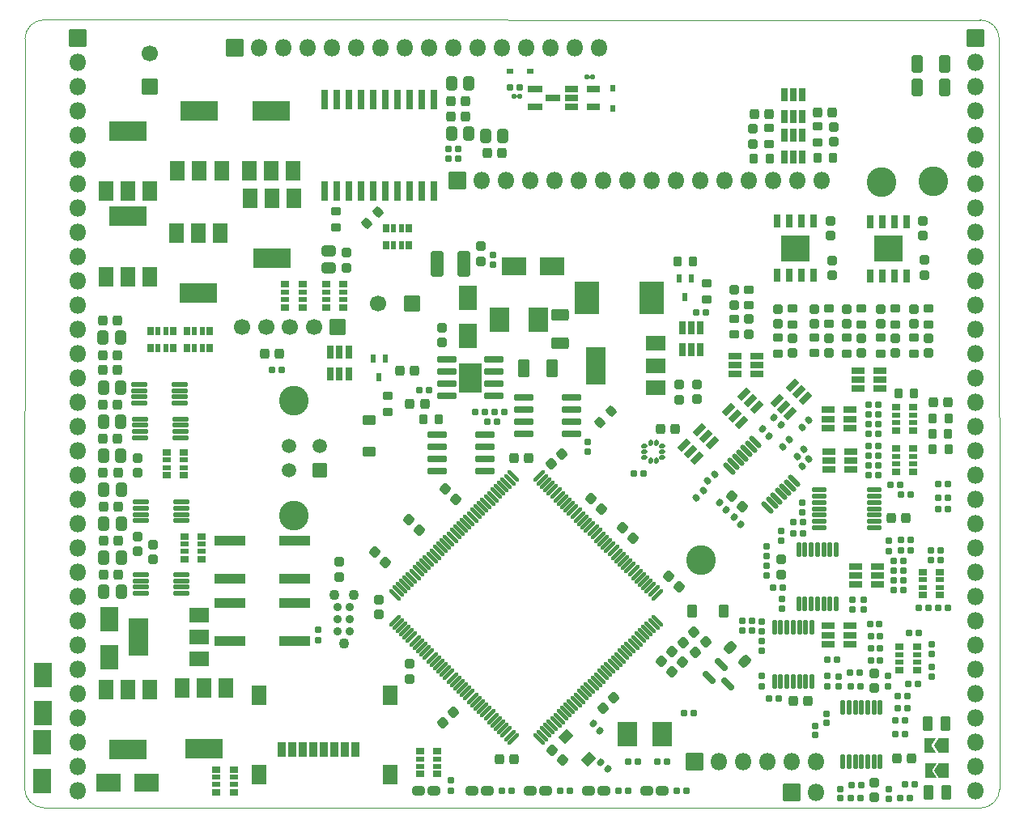
<source format=gbr>
G04 #@! TF.GenerationSoftware,KiCad,Pcbnew,(6.0.1)*
G04 #@! TF.CreationDate,2022-08-30T16:06:41+01:00*
G04 #@! TF.ProjectId,polygonus-Shortage-Version,706f6c79-676f-46e7-9573-2d53686f7274,rev?*
G04 #@! TF.SameCoordinates,Original*
G04 #@! TF.FileFunction,Soldermask,Top*
G04 #@! TF.FilePolarity,Negative*
%FSLAX46Y46*%
G04 Gerber Fmt 4.6, Leading zero omitted, Abs format (unit mm)*
G04 Created by KiCad (PCBNEW (6.0.1)) date 2022-08-30 16:06:41*
%MOMM*%
%LPD*%
G01*
G04 APERTURE LIST*
G04 Aperture macros list*
%AMRoundRect*
0 Rectangle with rounded corners*
0 $1 Rounding radius*
0 $2 $3 $4 $5 $6 $7 $8 $9 X,Y pos of 4 corners*
0 Add a 4 corners polygon primitive as box body*
4,1,4,$2,$3,$4,$5,$6,$7,$8,$9,$2,$3,0*
0 Add four circle primitives for the rounded corners*
1,1,$1+$1,$2,$3*
1,1,$1+$1,$4,$5*
1,1,$1+$1,$6,$7*
1,1,$1+$1,$8,$9*
0 Add four rect primitives between the rounded corners*
20,1,$1+$1,$2,$3,$4,$5,0*
20,1,$1+$1,$4,$5,$6,$7,0*
20,1,$1+$1,$6,$7,$8,$9,0*
20,1,$1+$1,$8,$9,$2,$3,0*%
%AMFreePoly0*
4,1,16,0.533941,0.783941,0.539938,0.776626,1.039938,0.026626,1.047068,-0.009414,1.039938,-0.026626,0.539938,-0.776626,0.509414,-0.797068,0.500000,-0.798000,-0.500000,-0.798000,-0.533941,-0.783941,-0.548000,-0.750000,-0.548000,0.750000,-0.533941,0.783941,-0.500000,0.798000,0.500000,0.798000,0.533941,0.783941,0.533941,0.783941,$1*%
%AMFreePoly1*
4,1,16,0.533941,0.783941,0.548000,0.750000,0.548000,-0.750000,0.533941,-0.783941,0.500000,-0.798000,-0.650000,-0.798000,-0.683941,-0.783941,-0.698000,-0.750000,-0.689938,-0.723374,-0.207689,0.000000,-0.689938,0.723374,-0.697068,0.759414,-0.676626,0.789938,-0.650000,0.798000,0.500000,0.798000,0.533941,0.783941,0.533941,0.783941,$1*%
G04 Aperture macros list end*
G04 #@! TA.AperFunction,Profile*
%ADD10C,0.050000*%
G04 #@! TD*
%ADD11RoundRect,0.273000X0.250000X-0.225000X0.250000X0.225000X-0.250000X0.225000X-0.250000X-0.225000X0*%
%ADD12RoundRect,0.183000X-0.135000X-0.185000X0.135000X-0.185000X0.135000X0.185000X-0.135000X0.185000X0*%
%ADD13RoundRect,0.183000X0.226274X0.035355X0.035355X0.226274X-0.226274X-0.035355X-0.035355X-0.226274X0*%
%ADD14RoundRect,0.148000X0.100000X-0.637500X0.100000X0.637500X-0.100000X0.637500X-0.100000X-0.637500X0*%
%ADD15RoundRect,0.148000X0.637500X0.100000X-0.637500X0.100000X-0.637500X-0.100000X0.637500X-0.100000X0*%
%ADD16RoundRect,0.048000X-0.325000X0.655000X-0.325000X-0.655000X0.325000X-0.655000X0.325000X0.655000X0*%
%ADD17RoundRect,0.048000X-0.300000X0.655000X-0.300000X-0.655000X0.300000X-0.655000X0.300000X0.655000X0*%
%ADD18RoundRect,0.048000X-0.750000X0.662500X-0.750000X-0.662500X0.750000X-0.662500X0.750000X0.662500X0*%
%ADD19RoundRect,0.273000X-0.250000X0.225000X-0.250000X-0.225000X0.250000X-0.225000X0.250000X0.225000X0*%
%ADD20RoundRect,0.183000X-0.226274X-0.035355X-0.035355X-0.226274X0.226274X0.035355X0.035355X0.226274X0*%
%ADD21RoundRect,0.273000X-0.225000X-0.250000X0.225000X-0.250000X0.225000X0.250000X-0.225000X0.250000X0*%
%ADD22RoundRect,0.273000X0.017678X-0.335876X0.335876X-0.017678X-0.017678X0.335876X-0.335876X0.017678X0*%
%ADD23RoundRect,0.188000X-0.140000X-0.170000X0.140000X-0.170000X0.140000X0.170000X-0.140000X0.170000X0*%
%ADD24RoundRect,0.273000X0.335876X0.017678X0.017678X0.335876X-0.335876X-0.017678X-0.017678X-0.335876X0*%
%ADD25RoundRect,0.273000X-0.335876X-0.017678X-0.017678X-0.335876X0.335876X0.017678X0.017678X0.335876X0*%
%ADD26RoundRect,0.266750X0.424264X0.114905X0.114905X0.424264X-0.424264X-0.114905X-0.114905X-0.424264X0*%
%ADD27RoundRect,0.248000X0.200000X0.275000X-0.200000X0.275000X-0.200000X-0.275000X0.200000X-0.275000X0*%
%ADD28RoundRect,0.048000X0.400000X0.250000X-0.400000X0.250000X-0.400000X-0.250000X0.400000X-0.250000X0*%
%ADD29RoundRect,0.048000X0.400000X0.200000X-0.400000X0.200000X-0.400000X-0.200000X0.400000X-0.200000X0*%
%ADD30RoundRect,0.148000X0.521491X-0.380070X-0.380070X0.521491X-0.521491X0.380070X0.380070X-0.521491X0*%
%ADD31RoundRect,0.048000X-0.250000X0.400000X-0.250000X-0.400000X0.250000X-0.400000X0.250000X0.400000X0*%
%ADD32RoundRect,0.048000X-0.200000X0.400000X-0.200000X-0.400000X0.200000X-0.400000X0.200000X0.400000X0*%
%ADD33RoundRect,0.183000X0.135000X0.185000X-0.135000X0.185000X-0.135000X-0.185000X0.135000X-0.185000X0*%
%ADD34RoundRect,0.273000X0.225000X0.250000X-0.225000X0.250000X-0.225000X-0.250000X0.225000X-0.250000X0*%
%ADD35RoundRect,0.123000X0.521491X-0.415425X-0.415425X0.521491X-0.521491X0.415425X0.415425X-0.521491X0*%
%ADD36RoundRect,0.123000X0.521491X0.415425X0.415425X0.521491X-0.521491X-0.415425X-0.415425X-0.521491X0*%
%ADD37RoundRect,0.298000X-0.325000X-0.650000X0.325000X-0.650000X0.325000X0.650000X-0.325000X0.650000X0*%
%ADD38RoundRect,0.248000X-0.200000X-0.275000X0.200000X-0.275000X0.200000X0.275000X-0.200000X0.275000X0*%
%ADD39RoundRect,0.188000X0.140000X0.170000X-0.140000X0.170000X-0.140000X-0.170000X0.140000X-0.170000X0*%
%ADD40RoundRect,0.048000X0.250000X-0.400000X0.250000X0.400000X-0.250000X0.400000X-0.250000X-0.400000X0*%
%ADD41RoundRect,0.048000X0.200000X-0.400000X0.200000X0.400000X-0.200000X0.400000X-0.200000X-0.400000X0*%
%ADD42RoundRect,0.048000X-1.250000X-0.900000X1.250000X-0.900000X1.250000X0.900000X-1.250000X0.900000X0*%
%ADD43RoundRect,0.048000X-0.400000X-0.250000X0.400000X-0.250000X0.400000X0.250000X-0.400000X0.250000X0*%
%ADD44RoundRect,0.048000X-0.400000X-0.200000X0.400000X-0.200000X0.400000X0.200000X-0.400000X0.200000X0*%
%ADD45RoundRect,0.298000X-0.262500X-0.450000X0.262500X-0.450000X0.262500X0.450000X-0.262500X0.450000X0*%
%ADD46RoundRect,0.148000X0.712500X0.100000X-0.712500X0.100000X-0.712500X-0.100000X0.712500X-0.100000X0*%
%ADD47RoundRect,0.260500X0.400000X0.212500X-0.400000X0.212500X-0.400000X-0.212500X0.400000X-0.212500X0*%
%ADD48RoundRect,0.183000X-0.185000X0.135000X-0.185000X-0.135000X0.185000X-0.135000X0.185000X0.135000X0*%
%ADD49RoundRect,0.248000X-0.275000X0.200000X-0.275000X-0.200000X0.275000X-0.200000X0.275000X0.200000X0*%
%ADD50RoundRect,0.248000X0.275000X-0.200000X0.275000X0.200000X-0.275000X0.200000X-0.275000X-0.200000X0*%
%ADD51RoundRect,0.048000X0.600000X-0.450000X0.600000X0.450000X-0.600000X0.450000X-0.600000X-0.450000X0*%
%ADD52RoundRect,0.298000X0.312500X0.625000X-0.312500X0.625000X-0.312500X-0.625000X0.312500X-0.625000X0*%
%ADD53RoundRect,0.298000X-0.312500X-0.625000X0.312500X-0.625000X0.312500X0.625000X-0.312500X0.625000X0*%
%ADD54C,3.096000*%
%ADD55RoundRect,0.198000X0.150000X-0.512500X0.150000X0.512500X-0.150000X0.512500X-0.150000X-0.512500X0*%
%ADD56RoundRect,0.048000X0.225000X0.350000X-0.225000X0.350000X-0.225000X-0.350000X0.225000X-0.350000X0*%
%ADD57RoundRect,0.183000X0.185000X-0.135000X0.185000X0.135000X-0.185000X0.135000X-0.185000X-0.135000X0*%
%ADD58RoundRect,0.048000X0.800000X0.800000X-0.800000X0.800000X-0.800000X-0.800000X0.800000X-0.800000X0*%
%ADD59C,1.696000*%
%ADD60RoundRect,0.048000X1.250000X-1.650000X1.250000X1.650000X-1.250000X1.650000X-1.250000X-1.650000X0*%
%ADD61RoundRect,0.183000X-0.035355X0.226274X-0.226274X0.035355X0.035355X-0.226274X0.226274X-0.035355X0*%
%ADD62RoundRect,0.183000X0.035355X-0.226274X0.226274X-0.035355X-0.035355X0.226274X-0.226274X0.035355X0*%
%ADD63RoundRect,0.198000X0.512500X0.150000X-0.512500X0.150000X-0.512500X-0.150000X0.512500X-0.150000X0*%
%ADD64RoundRect,0.188000X-0.170000X0.140000X-0.170000X-0.140000X0.170000X-0.140000X0.170000X0.140000X0*%
%ADD65RoundRect,0.188000X0.170000X-0.140000X0.170000X0.140000X-0.170000X0.140000X-0.170000X-0.140000X0*%
%ADD66RoundRect,0.148000X-0.100000X0.637500X-0.100000X-0.637500X0.100000X-0.637500X0.100000X0.637500X0*%
%ADD67RoundRect,0.048000X1.000000X0.750000X-1.000000X0.750000X-1.000000X-0.750000X1.000000X-0.750000X0*%
%ADD68RoundRect,0.048000X1.000000X1.900000X-1.000000X1.900000X-1.000000X-1.900000X1.000000X-1.900000X0*%
%ADD69RoundRect,0.048000X-1.000000X-1.200000X1.000000X-1.200000X1.000000X1.200000X-1.000000X1.200000X0*%
%ADD70RoundRect,0.198000X-0.825000X-0.150000X0.825000X-0.150000X0.825000X0.150000X-0.825000X0.150000X0*%
%ADD71RoundRect,0.048000X-1.145000X-1.500000X1.145000X-1.500000X1.145000X1.500000X-1.145000X1.500000X0*%
%ADD72RoundRect,0.048000X0.900000X-1.250000X0.900000X1.250000X-0.900000X1.250000X-0.900000X-1.250000X0*%
%ADD73RoundRect,0.048000X-0.900000X1.250000X-0.900000X-1.250000X0.900000X-1.250000X0.900000X1.250000X0*%
%ADD74RoundRect,0.198000X-0.150000X0.512500X-0.150000X-0.512500X0.150000X-0.512500X0.150000X0.512500X0*%
%ADD75RoundRect,0.298000X0.375000X1.075000X-0.375000X1.075000X-0.375000X-1.075000X0.375000X-1.075000X0*%
%ADD76RoundRect,0.248000X-0.053033X0.335876X-0.335876X0.053033X0.053033X-0.335876X0.335876X-0.053033X0*%
%ADD77RoundRect,0.048000X0.950000X1.250000X-0.950000X1.250000X-0.950000X-1.250000X0.950000X-1.250000X0*%
%ADD78RoundRect,0.298000X-0.650000X0.325000X-0.650000X-0.325000X0.650000X-0.325000X0.650000X0.325000X0*%
%ADD79RoundRect,0.298000X-0.250000X-0.475000X0.250000X-0.475000X0.250000X0.475000X-0.250000X0.475000X0*%
%ADD80RoundRect,0.048000X0.850000X-0.850000X0.850000X0.850000X-0.850000X0.850000X-0.850000X-0.850000X0*%
%ADD81O,1.796000X1.796000*%
%ADD82FreePoly0,180.000000*%
%ADD83FreePoly1,180.000000*%
%ADD84RoundRect,0.048000X0.400000X0.750000X-0.400000X0.750000X-0.400000X-0.750000X0.400000X-0.750000X0*%
%ADD85RoundRect,0.048000X0.725000X1.000000X-0.725000X1.000000X-0.725000X-1.000000X0.725000X-1.000000X0*%
%ADD86RoundRect,0.048000X-0.700000X0.700000X-0.700000X-0.700000X0.700000X-0.700000X0.700000X0.700000X0*%
%ADD87C,1.496000*%
%ADD88RoundRect,0.298000X-0.450000X0.262500X-0.450000X-0.262500X0.450000X-0.262500X0.450000X0.262500X0*%
%ADD89RoundRect,0.198000X-0.521491X0.309359X0.309359X-0.521491X0.521491X-0.309359X-0.309359X0.521491X0*%
%ADD90RoundRect,0.148000X-0.100000X0.175000X-0.100000X-0.175000X0.100000X-0.175000X0.100000X0.175000X0*%
%ADD91RoundRect,0.148000X-0.175000X0.100000X-0.175000X-0.100000X0.175000X-0.100000X0.175000X0.100000X0*%
%ADD92RoundRect,0.048000X-1.600000X-0.500000X1.600000X-0.500000X1.600000X0.500000X-1.600000X0.500000X0*%
%ADD93RoundRect,0.048000X1.600000X0.500000X-1.600000X0.500000X-1.600000X-0.500000X1.600000X-0.500000X0*%
%ADD94C,1.086600*%
%ADD95C,0.883400*%
%ADD96RoundRect,0.048000X-0.450000X-0.600000X0.450000X-0.600000X0.450000X0.600000X-0.450000X0.600000X0*%
%ADD97RoundRect,0.048000X-0.742462X-0.106066X-0.106066X-0.742462X0.742462X0.106066X0.106066X0.742462X0*%
%ADD98RoundRect,0.048000X0.225000X-0.300000X0.225000X0.300000X-0.225000X0.300000X-0.225000X-0.300000X0*%
%ADD99RoundRect,0.198000X-0.512500X-0.150000X0.512500X-0.150000X0.512500X0.150000X-0.512500X0.150000X0*%
%ADD100RoundRect,0.048000X0.750000X-1.000000X0.750000X1.000000X-0.750000X1.000000X-0.750000X-1.000000X0*%
%ADD101RoundRect,0.048000X1.900000X-1.000000X1.900000X1.000000X-1.900000X1.000000X-1.900000X-1.000000X0*%
%ADD102RoundRect,0.198000X0.256326X0.468458X-0.468458X-0.256326X-0.256326X-0.468458X0.468458X0.256326X0*%
%ADD103RoundRect,0.048000X0.275000X0.975000X-0.275000X0.975000X-0.275000X-0.975000X0.275000X-0.975000X0*%
%ADD104RoundRect,0.248000X0.053033X-0.335876X0.335876X-0.053033X-0.053033X0.335876X-0.335876X0.053033X0*%
%ADD105RoundRect,0.148000X-0.130000X-0.100000X0.130000X-0.100000X0.130000X0.100000X-0.130000X0.100000X0*%
%ADD106RoundRect,0.048000X-0.750000X1.000000X-0.750000X-1.000000X0.750000X-1.000000X0.750000X1.000000X0*%
%ADD107RoundRect,0.048000X-1.900000X1.000000X-1.900000X-1.000000X1.900000X-1.000000X1.900000X1.000000X0*%
%ADD108RoundRect,0.198000X-0.587500X-0.150000X0.587500X-0.150000X0.587500X0.150000X-0.587500X0.150000X0*%
%ADD109RoundRect,0.048000X-0.300000X-0.225000X0.300000X-0.225000X0.300000X0.225000X-0.300000X0.225000X0*%
%ADD110RoundRect,0.198000X0.825000X0.150000X-0.825000X0.150000X-0.825000X-0.150000X0.825000X-0.150000X0*%
%ADD111RoundRect,0.148000X0.130000X0.100000X-0.130000X0.100000X-0.130000X-0.100000X0.130000X-0.100000X0*%
%ADD112RoundRect,0.048000X0.800000X-0.800000X0.800000X0.800000X-0.800000X0.800000X-0.800000X-0.800000X0*%
%ADD113RoundRect,0.048000X0.850000X0.850000X-0.850000X0.850000X-0.850000X-0.850000X0.850000X-0.850000X0*%
%ADD114RoundRect,0.048000X-0.850000X0.850000X-0.850000X-0.850000X0.850000X-0.850000X0.850000X0.850000X0*%
G04 APERTURE END LIST*
D10*
X27598758Y70480030D02*
X27566743Y-7944264D01*
X29598758Y72480030D02*
G75*
G03*
X27598758Y70480030I-1J-1999999D01*
G01*
X127511245Y72474911D02*
X29598758Y72480030D01*
X29566743Y-9944264D02*
X127539293Y-9975264D01*
X127539293Y-9975264D02*
G75*
G03*
X129539293Y-7975264I1J1999999D01*
G01*
X129539293Y-7975264D02*
X129511245Y70474911D01*
X27566743Y-7944264D02*
G75*
G03*
X29566743Y-9944264I1999999J-1D01*
G01*
X129511245Y70474911D02*
G75*
G03*
X127511245Y72474911I-1999999J1D01*
G01*
X27598758Y70480030D02*
X27566743Y-7944264D01*
X29598758Y72480030D02*
G75*
G03*
X27598758Y70480030I-1J-1999999D01*
G01*
X127511245Y72474911D02*
X29598758Y72480030D01*
X29566743Y-9944264D02*
X127539293Y-9975264D01*
X127539293Y-9975264D02*
G75*
G03*
X129539293Y-7975264I1J1999999D01*
G01*
X129539293Y-7975264D02*
X129511245Y70474911D01*
X27566743Y-7944264D02*
G75*
G03*
X29566743Y-9944264I1999999J-1D01*
G01*
X129511245Y70474911D02*
G75*
G03*
X127511245Y72474911I-1999999J1D01*
G01*
D11*
G04 #@! TO.C,C1015*
X112003326Y45778948D03*
X112003326Y47328948D03*
G04 #@! TD*
D12*
G04 #@! TO.C,R902*
X123130975Y21307317D03*
X124150975Y21307317D03*
G04 #@! TD*
G04 #@! TO.C,R903*
X123142194Y22496586D03*
X124162194Y22496586D03*
G04 #@! TD*
G04 #@! TO.C,R904*
X123119755Y23887806D03*
X124139755Y23887806D03*
G04 #@! TD*
D13*
G04 #@! TO.C,R1007*
X88562124Y-5885124D03*
X87840876Y-5163876D03*
G04 #@! TD*
D14*
G04 #@! TO.C,U801*
X108540000Y11361500D03*
X109190000Y11361500D03*
X109840000Y11361500D03*
X110490000Y11361500D03*
X111140000Y11361500D03*
X111790000Y11361500D03*
X112440000Y11361500D03*
X112440000Y17086500D03*
X111790000Y17086500D03*
X111140000Y17086500D03*
X110490000Y17086500D03*
X109840000Y17086500D03*
X109190000Y17086500D03*
X108540000Y17086500D03*
G04 #@! TD*
D15*
G04 #@! TO.C,U901*
X116400500Y19386000D03*
X116400500Y20036000D03*
X116400500Y20686000D03*
X116400500Y21336000D03*
X116400500Y21986000D03*
X116400500Y22636000D03*
X116400500Y23286000D03*
X110675500Y23286000D03*
X110675500Y22636000D03*
X110675500Y21986000D03*
X110675500Y21336000D03*
X110675500Y20686000D03*
X110675500Y20036000D03*
X110675500Y19386000D03*
G04 #@! TD*
D16*
G04 #@! TO.C,U1004*
X119814671Y51392123D03*
X118544671Y51392123D03*
X117274671Y51392123D03*
D17*
X116004671Y51392123D03*
D16*
X116004671Y45702123D03*
X117274671Y45702123D03*
X118544671Y45702123D03*
X119814671Y45702123D03*
D18*
X118659671Y49209623D03*
X117159671Y47884623D03*
X118659671Y47884623D03*
X117159671Y49209623D03*
G04 #@! TD*
D16*
G04 #@! TO.C,U1005*
X110083142Y51429989D03*
X108813142Y51429989D03*
X107543142Y51429989D03*
D17*
X106273142Y51429989D03*
D16*
X106273142Y45739989D03*
X107543142Y45739989D03*
X108813142Y45739989D03*
X110083142Y45739989D03*
D18*
X108928142Y47922489D03*
X107428142Y49247489D03*
X107428142Y47922489D03*
X108928142Y49247489D03*
G04 #@! TD*
D19*
G04 #@! TO.C,C1016*
X121539912Y51428769D03*
X121539912Y49878769D03*
G04 #@! TD*
D11*
G04 #@! TO.C,C1017*
X121694368Y45805498D03*
X121694368Y47355498D03*
G04 #@! TD*
D19*
G04 #@! TO.C,C1018*
X111896736Y51445598D03*
X111896736Y49895598D03*
G04 #@! TD*
D20*
G04 #@! TO.C,R1006*
X87015376Y-1163376D03*
X87736624Y-1884624D03*
G04 #@! TD*
D21*
G04 #@! TO.C,C701*
X107937000Y1270000D03*
X109487000Y1270000D03*
G04 #@! TD*
D11*
G04 #@! TO.C,C801*
X106680000Y14465000D03*
X106680000Y16015000D03*
G04 #@! TD*
D21*
G04 #@! TO.C,C901*
X118194266Y20335608D03*
X119744266Y20335608D03*
G04 #@! TD*
D22*
G04 #@! TO.C,C1518*
X82636992Y25994992D03*
X83733008Y27091008D03*
G04 #@! TD*
D23*
G04 #@! TO.C,C1521*
X90706000Y-5080000D03*
X91666000Y-5080000D03*
G04 #@! TD*
D21*
G04 #@! TO.C,C1503*
X78727000Y26670000D03*
X80277000Y26670000D03*
G04 #@! TD*
D24*
G04 #@! TO.C,C1505*
X95290008Y4277992D03*
X94193992Y5374008D03*
G04 #@! TD*
G04 #@! TO.C,C1506*
X96052008Y13167992D03*
X94955992Y14264008D03*
G04 #@! TD*
D25*
G04 #@! TO.C,C1507*
X71587992Y23408008D03*
X72684008Y22311992D03*
G04 #@! TD*
D22*
G04 #@! TO.C,C1501*
X96479992Y7325992D03*
X97576008Y8422008D03*
G04 #@! TD*
G04 #@! TO.C,C1502*
X97749992Y6309992D03*
X98846008Y7406008D03*
G04 #@! TD*
D24*
G04 #@! TO.C,C1101*
X102656008Y21549992D03*
X101559992Y22646008D03*
G04 #@! TD*
D26*
G04 #@! TO.C,FB1501*
X102859301Y5344699D03*
X101356699Y6847301D03*
G04 #@! TD*
D12*
G04 #@! TO.C,R901*
X119202315Y18098535D03*
X120222315Y18098535D03*
G04 #@! TD*
G04 #@! TO.C,R1502*
X96518000Y0D03*
X97538000Y0D03*
G04 #@! TD*
D27*
G04 #@! TO.C,R1101*
X124203537Y27547316D03*
X122553537Y27547316D03*
G04 #@! TD*
G04 #@! TO.C,R1102*
X124169878Y29129268D03*
X122519878Y29129268D03*
G04 #@! TD*
G04 #@! TO.C,R1103*
X124181098Y30789757D03*
X122531098Y30789757D03*
G04 #@! TD*
G04 #@! TO.C,R1104*
X120586000Y33401000D03*
X118936000Y33401000D03*
G04 #@! TD*
D28*
G04 #@! TO.C,RN701*
X120887074Y4487074D03*
D29*
X120887074Y5287074D03*
X120887074Y6087074D03*
D28*
X120887074Y6887074D03*
X119087074Y6887074D03*
D29*
X119087074Y6087074D03*
X119087074Y5287074D03*
D28*
X119087074Y4487074D03*
G04 #@! TD*
G04 #@! TO.C,RN801*
X123301709Y12312926D03*
D29*
X123301709Y13112926D03*
X123301709Y13912926D03*
D28*
X123301709Y14712926D03*
X121501709Y14712926D03*
D29*
X121501709Y13912926D03*
X121501709Y13112926D03*
D28*
X121501709Y12312926D03*
G04 #@! TD*
G04 #@! TO.C,RN901*
X120534000Y25216000D03*
D29*
X120534000Y26016000D03*
X120534000Y26816000D03*
D28*
X120534000Y27616000D03*
X118734000Y27616000D03*
D29*
X118734000Y26816000D03*
X118734000Y26016000D03*
D28*
X118734000Y25216000D03*
G04 #@! TD*
G04 #@! TO.C,RN1101*
X120534000Y29534000D03*
D29*
X120534000Y30334000D03*
X120534000Y31134000D03*
D28*
X120534000Y31934000D03*
X118734000Y31934000D03*
D29*
X118734000Y31134000D03*
X118734000Y30334000D03*
D28*
X118734000Y29534000D03*
G04 #@! TD*
D30*
G04 #@! TO.C,U1101*
X105293235Y21489049D03*
X105752854Y21948668D03*
X106212474Y22408287D03*
X106672093Y22867907D03*
X107131713Y23327526D03*
X107591332Y23787146D03*
X108050951Y24246765D03*
X104002765Y28294951D03*
X103543146Y27835332D03*
X103083526Y27375713D03*
X102623907Y26916093D03*
X102164287Y26456474D03*
X101704668Y25996854D03*
X101245049Y25537235D03*
G04 #@! TD*
D21*
G04 #@! TO.C,C1516*
X52662462Y37533142D03*
X54212462Y37533142D03*
G04 #@! TD*
D12*
G04 #@! TO.C,R1501*
X53400730Y35884875D03*
X54420730Y35884875D03*
G04 #@! TD*
D19*
G04 #@! TO.C,C1301*
X61218413Y48102703D03*
X61218413Y46552703D03*
G04 #@! TD*
D21*
G04 #@! TO.C,C1302*
X75971164Y58519287D03*
X77521164Y58519287D03*
G04 #@! TD*
D31*
G04 #@! TO.C,RN1301*
X67750175Y50664268D03*
D32*
X66950175Y50664268D03*
X66150175Y50664268D03*
D31*
X65350175Y50664268D03*
X65350175Y48864268D03*
D32*
X66150175Y48864268D03*
X66950175Y48864268D03*
D31*
X67750175Y48864268D03*
G04 #@! TD*
D19*
G04 #@! TO.C,C1523*
X97854133Y34331095D03*
X97854133Y32781095D03*
G04 #@! TD*
D33*
G04 #@! TO.C,R1504*
X98808000Y41910000D03*
X97788000Y41910000D03*
G04 #@! TD*
D14*
G04 #@! TO.C,U701*
X106000000Y3233500D03*
X106650000Y3233500D03*
X107300000Y3233500D03*
X107950000Y3233500D03*
X108600000Y3233500D03*
X109250000Y3233500D03*
X109900000Y3233500D03*
X109900000Y8958500D03*
X109250000Y8958500D03*
X108600000Y8958500D03*
X107950000Y8958500D03*
X107300000Y8958500D03*
X106650000Y8958500D03*
X106000000Y8958500D03*
G04 #@! TD*
D25*
G04 #@! TO.C,C1508*
X67777992Y20207608D03*
X68874008Y19111592D03*
G04 #@! TD*
D24*
G04 #@! TO.C,C1509*
X91226008Y18247992D03*
X90129992Y19344008D03*
G04 #@! TD*
D19*
G04 #@! TO.C,C1510*
X67818000Y5093000D03*
X67818000Y3543000D03*
G04 #@! TD*
D34*
G04 #@! TO.C,C1511*
X78753000Y-4826000D03*
X77203000Y-4826000D03*
G04 #@! TD*
D11*
G04 #@! TO.C,C1513*
X64643000Y10274000D03*
X64643000Y11824000D03*
G04 #@! TD*
D22*
G04 #@! TO.C,C1515*
X88097992Y467992D03*
X89194008Y1564008D03*
G04 #@! TD*
D35*
G04 #@! TO.C,U1501*
X81352342Y-2726710D03*
X81705895Y-2373157D03*
X82059449Y-2019604D03*
X82413002Y-1666050D03*
X82766555Y-1312497D03*
X83120109Y-958943D03*
X83473662Y-605390D03*
X83827215Y-251837D03*
X84180769Y101717D03*
X84534322Y455270D03*
X84887876Y808824D03*
X85241429Y1162377D03*
X85594982Y1515930D03*
X85948536Y1869484D03*
X86302089Y2223037D03*
X86655643Y2576590D03*
X87009196Y2930144D03*
X87362749Y3283697D03*
X87716303Y3637251D03*
X88069856Y3990804D03*
X88423410Y4344357D03*
X88776963Y4697911D03*
X89130516Y5051464D03*
X89484070Y5405018D03*
X89837623Y5758571D03*
X90191176Y6112124D03*
X90544730Y6465678D03*
X90898283Y6819231D03*
X91251837Y7172785D03*
X91605390Y7526338D03*
X91958943Y7879891D03*
X92312497Y8233445D03*
X92666050Y8586998D03*
X93019604Y8940551D03*
X93373157Y9294105D03*
X93726710Y9647658D03*
D36*
X93726710Y12352342D03*
X93373157Y12705895D03*
X93019604Y13059449D03*
X92666050Y13413002D03*
X92312497Y13766555D03*
X91958943Y14120109D03*
X91605390Y14473662D03*
X91251837Y14827215D03*
X90898283Y15180769D03*
X90544730Y15534322D03*
X90191176Y15887876D03*
X89837623Y16241429D03*
X89484070Y16594982D03*
X89130516Y16948536D03*
X88776963Y17302089D03*
X88423410Y17655643D03*
X88069856Y18009196D03*
X87716303Y18362749D03*
X87362749Y18716303D03*
X87009196Y19069856D03*
X86655643Y19423410D03*
X86302089Y19776963D03*
X85948536Y20130516D03*
X85594982Y20484070D03*
X85241429Y20837623D03*
X84887876Y21191176D03*
X84534322Y21544730D03*
X84180769Y21898283D03*
X83827215Y22251837D03*
X83473662Y22605390D03*
X83120109Y22958943D03*
X82766555Y23312497D03*
X82413002Y23666050D03*
X82059449Y24019604D03*
X81705895Y24373157D03*
X81352342Y24726710D03*
D35*
X78647658Y24726710D03*
X78294105Y24373157D03*
X77940551Y24019604D03*
X77586998Y23666050D03*
X77233445Y23312497D03*
X76879891Y22958943D03*
X76526338Y22605390D03*
X76172785Y22251837D03*
X75819231Y21898283D03*
X75465678Y21544730D03*
X75112124Y21191176D03*
X74758571Y20837623D03*
X74405018Y20484070D03*
X74051464Y20130516D03*
X73697911Y19776963D03*
X73344357Y19423410D03*
X72990804Y19069856D03*
X72637251Y18716303D03*
X72283697Y18362749D03*
X71930144Y18009196D03*
X71576590Y17655643D03*
X71223037Y17302089D03*
X70869484Y16948536D03*
X70515930Y16594982D03*
X70162377Y16241429D03*
X69808824Y15887876D03*
X69455270Y15534322D03*
X69101717Y15180769D03*
X68748163Y14827215D03*
X68394610Y14473662D03*
X68041057Y14120109D03*
X67687503Y13766555D03*
X67333950Y13413002D03*
X66980396Y13059449D03*
X66626843Y12705895D03*
X66273290Y12352342D03*
D36*
X66273290Y9647658D03*
X66626843Y9294105D03*
X66980396Y8940551D03*
X67333950Y8586998D03*
X67687503Y8233445D03*
X68041057Y7879891D03*
X68394610Y7526338D03*
X68748163Y7172785D03*
X69101717Y6819231D03*
X69455270Y6465678D03*
X69808824Y6112124D03*
X70162377Y5758571D03*
X70515930Y5405018D03*
X70869484Y5051464D03*
X71223037Y4697911D03*
X71576590Y4344357D03*
X71930144Y3990804D03*
X72283697Y3637251D03*
X72637251Y3283697D03*
X72990804Y2930144D03*
X73344357Y2576590D03*
X73697911Y2223037D03*
X74051464Y1869484D03*
X74405018Y1515930D03*
X74758571Y1162377D03*
X75112124Y808824D03*
X75465678Y455270D03*
X75819231Y101717D03*
X76172785Y-251837D03*
X76526338Y-605390D03*
X76879891Y-958943D03*
X77233445Y-1312497D03*
X77586998Y-1666050D03*
X77940551Y-2019604D03*
X78294105Y-2373157D03*
X78647658Y-2726710D03*
G04 #@! TD*
D34*
G04 #@! TO.C,C1002*
X68339000Y35814000D03*
X66789000Y35814000D03*
G04 #@! TD*
D37*
G04 #@! TO.C,C1004*
X79805000Y36068000D03*
X82755000Y36068000D03*
G04 #@! TD*
D38*
G04 #@! TO.C,R1004*
X95822000Y47244000D03*
X97472000Y47244000D03*
G04 #@! TD*
D39*
G04 #@! TO.C,C1522*
X94714000Y-5080000D03*
X93754000Y-5080000D03*
G04 #@! TD*
D24*
G04 #@! TO.C,C1504*
X87924008Y21295992D03*
X86827992Y22392008D03*
G04 #@! TD*
D28*
G04 #@! TO.C,RN501*
X49438751Y-8325729D03*
D29*
X49438751Y-7525729D03*
X49438751Y-6725729D03*
D28*
X49438751Y-5925729D03*
X47638751Y-5925729D03*
D29*
X47638751Y-6725729D03*
X47638751Y-7525729D03*
D28*
X47638751Y-8325729D03*
G04 #@! TD*
D40*
G04 #@! TO.C,RN201*
X44527547Y38147586D03*
D41*
X45327547Y38147586D03*
X46127547Y38147586D03*
D40*
X46927547Y38147586D03*
X46927547Y39947586D03*
D41*
X46127547Y39947586D03*
X45327547Y39947586D03*
D40*
X44527547Y39947586D03*
G04 #@! TD*
G04 #@! TO.C,RN301*
X40707013Y38147586D03*
D41*
X41507013Y38147586D03*
X42307013Y38147586D03*
D40*
X43107013Y38147586D03*
X43107013Y39947586D03*
D41*
X42307013Y39947586D03*
X41507013Y39947586D03*
D40*
X40707013Y39947586D03*
G04 #@! TD*
D11*
G04 #@! TO.C,C1006*
X75311000Y47231000D03*
X75311000Y48781000D03*
G04 #@! TD*
D42*
G04 #@! TO.C,D903*
X78772000Y46736000D03*
X82772000Y46736000D03*
G04 #@! TD*
D28*
G04 #@! TO.C,RN202*
X60892921Y42396889D03*
D29*
X60892921Y43196889D03*
X60892921Y43996889D03*
D28*
X60892921Y44796889D03*
X59092921Y44796889D03*
D29*
X59092921Y43996889D03*
X59092921Y43196889D03*
D28*
X59092921Y42396889D03*
G04 #@! TD*
G04 #@! TO.C,RN302*
X56624059Y42396889D03*
D29*
X56624059Y43196889D03*
X56624059Y43996889D03*
D28*
X56624059Y44796889D03*
X54824059Y44796889D03*
D29*
X54824059Y43996889D03*
X54824059Y43196889D03*
D28*
X54824059Y42396889D03*
G04 #@! TD*
D43*
G04 #@! TO.C,RN502*
X68932197Y-4025853D03*
D44*
X68932197Y-4825853D03*
X68932197Y-5625853D03*
D43*
X68932197Y-6425853D03*
X70732197Y-6425853D03*
D44*
X70732197Y-5625853D03*
X70732197Y-4825853D03*
D43*
X70732197Y-4025853D03*
G04 #@! TD*
D11*
G04 #@! TO.C,C1604*
X39417944Y16895591D03*
X39417944Y18445591D03*
G04 #@! TD*
D21*
G04 #@! TO.C,C1605*
X35811605Y14418165D03*
X37361605Y14418165D03*
G04 #@! TD*
G04 #@! TO.C,C1606*
X35811605Y17991793D03*
X37361605Y17991793D03*
G04 #@! TD*
D19*
G04 #@! TO.C,C1607*
X40957852Y17573129D03*
X40957852Y16023129D03*
G04 #@! TD*
D21*
G04 #@! TO.C,C1608*
X35798610Y21539431D03*
X37348610Y21539431D03*
G04 #@! TD*
G04 #@! TO.C,C1609*
X35759625Y25087070D03*
X37309625Y25087070D03*
G04 #@! TD*
D11*
G04 #@! TO.C,C1701*
X39371411Y25063581D03*
X39371411Y26613581D03*
G04 #@! TD*
D21*
G04 #@! TO.C,C1702*
X35754925Y28660698D03*
X37304925Y28660698D03*
G04 #@! TD*
G04 #@! TO.C,C1703*
X35728935Y32195341D03*
X37278935Y32195341D03*
G04 #@! TD*
G04 #@! TO.C,C1704*
X35714668Y41015081D03*
X37264668Y41015081D03*
G04 #@! TD*
G04 #@! TO.C,C1705*
X35720640Y35845890D03*
X37270640Y35845890D03*
G04 #@! TD*
G04 #@! TO.C,C1706*
X35702945Y37405291D03*
X37252945Y37405291D03*
G04 #@! TD*
D45*
G04 #@! TO.C,R1601*
X35869031Y12637848D03*
X37694031Y12637848D03*
G04 #@! TD*
G04 #@! TO.C,R1602*
X35869031Y16198482D03*
X37694031Y16198482D03*
G04 #@! TD*
G04 #@! TO.C,R1603*
X35856036Y19759115D03*
X37681036Y19759115D03*
G04 #@! TD*
G04 #@! TO.C,R1604*
X35845890Y23319748D03*
X37670890Y23319748D03*
G04 #@! TD*
G04 #@! TO.C,R1701*
X35806905Y26867386D03*
X37631905Y26867386D03*
G04 #@! TD*
G04 #@! TO.C,R1702*
X35804056Y30441014D03*
X37629056Y30441014D03*
G04 #@! TD*
G04 #@! TO.C,R1703*
X35793910Y33974608D03*
X37618910Y33974608D03*
G04 #@! TD*
G04 #@! TO.C,R1704*
X35772093Y39221769D03*
X37597093Y39221769D03*
G04 #@! TD*
D46*
G04 #@! TO.C,U1602*
X43967008Y12485208D03*
X43967008Y13135208D03*
X43967008Y13785208D03*
X43967008Y14435208D03*
X39742008Y14435208D03*
X39742008Y13785208D03*
X39742008Y13135208D03*
X39742008Y12485208D03*
G04 #@! TD*
G04 #@! TO.C,U1603*
X43967008Y20067797D03*
X43967008Y20717797D03*
X43967008Y21367797D03*
X43967008Y22017797D03*
X39742008Y22017797D03*
X39742008Y21367797D03*
X39742008Y20717797D03*
X39742008Y20067797D03*
G04 #@! TD*
G04 #@! TO.C,U1701*
X43881730Y28772205D03*
X43881730Y29422205D03*
X43881730Y30072205D03*
X43881730Y30722205D03*
X39656730Y30722205D03*
X39656730Y30072205D03*
X39656730Y29422205D03*
X39656730Y28772205D03*
G04 #@! TD*
G04 #@! TO.C,U1702*
X43798073Y32377947D03*
X43798073Y33027947D03*
X43798073Y33677947D03*
X43798073Y34327947D03*
X39573073Y34327947D03*
X39573073Y33677947D03*
X39573073Y33027947D03*
X39573073Y32377947D03*
G04 #@! TD*
D47*
G04 #@! TO.C,D1502*
X70408500Y-8128000D03*
X68783500Y-8128000D03*
G04 #@! TD*
D48*
G04 #@! TO.C,R1508*
X72136000Y-7110000D03*
X72136000Y-8130000D03*
G04 #@! TD*
D28*
G04 #@! TO.C,RN1601*
X46064463Y16053702D03*
D29*
X46064463Y16853702D03*
X46064463Y17653702D03*
D28*
X46064463Y18453702D03*
X44264463Y18453702D03*
D29*
X44264463Y17653702D03*
X44264463Y16853702D03*
D28*
X44264463Y16053702D03*
G04 #@! TD*
D43*
G04 #@! TO.C,RN1701*
X42416447Y27223760D03*
D44*
X42416447Y26423760D03*
X42416447Y25623760D03*
D43*
X42416447Y24823760D03*
X44216447Y24823760D03*
D44*
X44216447Y25623760D03*
X44216447Y26423760D03*
D43*
X44216447Y27223760D03*
G04 #@! TD*
D11*
G04 #@! TO.C,C1204*
X110169903Y40696474D03*
X110169903Y42246474D03*
G04 #@! TD*
G04 #@! TO.C,C1208*
X103319940Y39608627D03*
X103319940Y41158627D03*
G04 #@! TD*
G04 #@! TO.C,C1402*
X115092196Y37604500D03*
X115092196Y39154500D03*
G04 #@! TD*
G04 #@! TO.C,C1403*
X120556828Y40690713D03*
X120556828Y42240713D03*
G04 #@! TD*
G04 #@! TO.C,C1404*
X122080828Y37642713D03*
X122080828Y39192713D03*
G04 #@! TD*
G04 #@! TO.C,C1405*
X117080632Y40674706D03*
X117080632Y42224706D03*
G04 #@! TD*
G04 #@! TO.C,C1406*
X118604632Y37626706D03*
X118604632Y39176706D03*
G04 #@! TD*
G04 #@! TO.C,C1407*
X106349131Y40643085D03*
X106349131Y42193085D03*
G04 #@! TD*
G04 #@! TO.C,C1408*
X107881702Y37604825D03*
X107881702Y39154825D03*
G04 #@! TD*
D49*
G04 #@! TO.C,R1201*
X111693903Y42296474D03*
X111693903Y40646474D03*
G04 #@! TD*
D50*
G04 #@! TO.C,R1202*
X110169903Y37598474D03*
X110169903Y39248474D03*
G04 #@! TD*
D49*
G04 #@! TO.C,R1203*
X103319940Y44256627D03*
X103319940Y42606627D03*
G04 #@! TD*
D50*
G04 #@! TO.C,R1204*
X101795940Y39558627D03*
X101795940Y41208627D03*
G04 #@! TD*
D49*
G04 #@! TO.C,R1401*
X115092196Y42252500D03*
X115092196Y40602500D03*
G04 #@! TD*
D50*
G04 #@! TO.C,R1402*
X113568196Y37554500D03*
X113568196Y39204500D03*
G04 #@! TD*
D49*
G04 #@! TO.C,R1403*
X122080828Y42290713D03*
X122080828Y40640713D03*
G04 #@! TD*
D50*
G04 #@! TO.C,R1404*
X120556828Y37592713D03*
X120556828Y39242713D03*
G04 #@! TD*
D49*
G04 #@! TO.C,R1405*
X118604632Y42274706D03*
X118604632Y40624706D03*
G04 #@! TD*
D50*
G04 #@! TO.C,R1406*
X117080632Y37576706D03*
X117080632Y39226706D03*
G04 #@! TD*
D49*
G04 #@! TO.C,R1407*
X107881702Y42252825D03*
X107881702Y40602825D03*
G04 #@! TD*
D21*
G04 #@! TO.C,C1409*
X122603537Y32450246D03*
X124153537Y32450246D03*
G04 #@! TD*
D50*
G04 #@! TO.C,R1408*
X106357702Y37554825D03*
X106357702Y39204825D03*
G04 #@! TD*
D11*
G04 #@! TO.C,C1401*
X113568196Y40652500D03*
X113568196Y42202500D03*
G04 #@! TD*
G04 #@! TO.C,C1207*
X101795940Y42656627D03*
X101795940Y44206627D03*
G04 #@! TD*
G04 #@! TO.C,C1205*
X111693903Y37648474D03*
X111693903Y39198474D03*
G04 #@! TD*
D24*
G04 #@! TO.C,C1519*
X65318008Y15707992D03*
X64221992Y16804008D03*
G04 #@! TD*
D22*
G04 #@! TO.C,C1512*
X71333992Y-1056008D03*
X72430008Y40008D03*
G04 #@! TD*
D51*
G04 #@! TO.C,D1503*
X63597462Y27342595D03*
X63597462Y30642595D03*
G04 #@! TD*
D52*
G04 #@! TO.C,F101*
X123834448Y67857561D03*
X120909448Y67857561D03*
G04 #@! TD*
D53*
G04 #@! TO.C,F102*
X120909448Y65434146D03*
X123834448Y65434146D03*
G04 #@! TD*
D47*
G04 #@! TO.C,D1504*
X75996500Y-8128000D03*
X74371500Y-8128000D03*
G04 #@! TD*
G04 #@! TO.C,D1505*
X82092500Y-8128000D03*
X80467500Y-8128000D03*
G04 #@! TD*
G04 #@! TO.C,D1506*
X88188500Y-8128000D03*
X86563500Y-8128000D03*
G04 #@! TD*
G04 #@! TO.C,D1507*
X94284500Y-8128000D03*
X92659500Y-8128000D03*
G04 #@! TD*
D33*
G04 #@! TO.C,R1509*
X78488000Y-8128000D03*
X77468000Y-8128000D03*
G04 #@! TD*
G04 #@! TO.C,R1510*
X84584000Y-8128000D03*
X83564000Y-8128000D03*
G04 #@! TD*
G04 #@! TO.C,R1511*
X90680000Y-8128000D03*
X89660000Y-8128000D03*
G04 #@! TD*
G04 #@! TO.C,R1512*
X96776000Y-8128000D03*
X95756000Y-8128000D03*
G04 #@! TD*
D54*
G04 #@! TO.C,J105*
X122591985Y55617435D03*
G04 #@! TD*
G04 #@! TO.C,J107*
X117161176Y55529842D03*
G04 #@! TD*
G04 #@! TO.C,J108*
X98298000Y16002000D03*
G04 #@! TD*
D55*
G04 #@! TO.C,U1502*
X59549201Y35442083D03*
X60499201Y35442083D03*
X61449201Y35442083D03*
X61449201Y37717083D03*
X60499201Y37717083D03*
X59549201Y37717083D03*
G04 #@! TD*
D56*
G04 #@! TO.C,D1*
X97297000Y45450000D03*
X95997000Y45450000D03*
X96647000Y43450000D03*
G04 #@! TD*
D57*
G04 #@! TO.C,R1513*
X58293000Y7618000D03*
X58293000Y8638000D03*
G04 #@! TD*
D11*
G04 #@! TO.C,C1517*
X60452000Y14211000D03*
X60452000Y15761000D03*
G04 #@! TD*
D58*
G04 #@! TO.C,J1504*
X60334209Y40322147D03*
D59*
X57834209Y40322147D03*
X55334209Y40322147D03*
X52834209Y40322147D03*
X50334209Y40322147D03*
G04 #@! TD*
D60*
G04 #@! TO.C,D1001*
X86389000Y43434000D03*
X93189000Y43434000D03*
G04 #@! TD*
D39*
G04 #@! TO.C,C1*
X117050731Y5485123D03*
X116090731Y5485123D03*
G04 #@! TD*
G04 #@! TO.C,C2*
X117013333Y6752357D03*
X116053333Y6752357D03*
G04 #@! TD*
G04 #@! TO.C,C3*
X117013333Y8001463D03*
X116053333Y8001463D03*
G04 #@! TD*
G04 #@! TO.C,C4*
X116948535Y9269269D03*
X115988535Y9269269D03*
G04 #@! TD*
G04 #@! TO.C,C5*
X119451414Y12830291D03*
X118491414Y12830291D03*
G04 #@! TD*
G04 #@! TO.C,C6*
X119451414Y13846291D03*
X118491414Y13846291D03*
G04 #@! TD*
G04 #@! TO.C,C7*
X119451414Y14862291D03*
X118491414Y14862291D03*
G04 #@! TD*
G04 #@! TO.C,C8*
X119451414Y15878291D03*
X118491414Y15878291D03*
G04 #@! TD*
G04 #@! TO.C,C9*
X116812000Y24892000D03*
X115852000Y24892000D03*
G04 #@! TD*
G04 #@! TO.C,C10*
X116812000Y25908000D03*
X115852000Y25908000D03*
G04 #@! TD*
G04 #@! TO.C,C11*
X116812000Y26924000D03*
X115852000Y26924000D03*
G04 #@! TD*
G04 #@! TO.C,C12*
X116812000Y27940000D03*
X115852000Y27940000D03*
G04 #@! TD*
G04 #@! TO.C,C13*
X116812000Y29210000D03*
X115852000Y29210000D03*
G04 #@! TD*
G04 #@! TO.C,C14*
X116812000Y30226000D03*
X115852000Y30226000D03*
G04 #@! TD*
G04 #@! TO.C,C15*
X116812000Y31242000D03*
X115852000Y31242000D03*
G04 #@! TD*
G04 #@! TO.C,C16*
X116812000Y32258000D03*
X115852000Y32258000D03*
G04 #@! TD*
D48*
G04 #@! TO.C,R2*
X111506000Y3812000D03*
X111506000Y2792000D03*
G04 #@! TD*
D12*
G04 #@! TO.C,R3*
X102614000Y9652000D03*
X103634000Y9652000D03*
G04 #@! TD*
D48*
G04 #@! TO.C,R5*
X104648000Y3812000D03*
X104648000Y2792000D03*
G04 #@! TD*
D33*
G04 #@! TO.C,R6*
X112524000Y5588000D03*
X111504000Y5588000D03*
G04 #@! TD*
G04 #@! TO.C,R7*
X103634000Y8636000D03*
X102614000Y8636000D03*
G04 #@! TD*
D57*
G04 #@! TO.C,R8*
X104648000Y6475000D03*
X104648000Y7495000D03*
G04 #@! TD*
D48*
G04 #@! TO.C,R10*
X114170249Y11813169D03*
X114170249Y10793169D03*
G04 #@! TD*
D57*
G04 #@! TO.C,R11*
X105210083Y16394023D03*
X105210083Y17414023D03*
G04 #@! TD*
D48*
G04 #@! TO.C,R12*
X106670598Y18987536D03*
X106670598Y17967536D03*
G04 #@! TD*
D12*
G04 #@! TO.C,R13*
X105870812Y13059024D03*
X106890812Y13059024D03*
G04 #@! TD*
D57*
G04 #@! TO.C,R14*
X115348298Y10776340D03*
X115348298Y11796340D03*
G04 #@! TD*
G04 #@! TO.C,R15*
X105191834Y14313579D03*
X105191834Y15333579D03*
G04 #@! TD*
D33*
G04 #@! TO.C,R16*
X108968000Y18796000D03*
X107948000Y18796000D03*
G04 #@! TD*
D57*
G04 #@! TO.C,R17*
X117988779Y16933414D03*
X117988779Y17953414D03*
G04 #@! TD*
D33*
G04 #@! TO.C,R18*
X119128000Y23876000D03*
X118108000Y23876000D03*
G04 #@! TD*
D20*
G04 #@! TO.C,R19*
X101747376Y20426624D03*
X102468624Y19705376D03*
G04 #@! TD*
D12*
G04 #@! TO.C,R20*
X107957643Y19923577D03*
X108977643Y19923577D03*
G04 #@! TD*
D33*
G04 #@! TO.C,R21*
X120215366Y16949755D03*
X119195366Y16949755D03*
G04 #@! TD*
G04 #@! TO.C,R22*
X120242193Y22792682D03*
X119222193Y22792682D03*
G04 #@! TD*
D20*
G04 #@! TO.C,R23*
X100223376Y21950624D03*
X100944624Y21229376D03*
G04 #@! TD*
D48*
G04 #@! TO.C,R24*
X108905853Y21991843D03*
X108905853Y20971843D03*
G04 #@! TD*
D61*
G04 #@! TO.C,R25*
X107548624Y28554624D03*
X106827376Y27833376D03*
G04 #@! TD*
G04 #@! TO.C,R26*
X109072624Y27538624D03*
X108351376Y26817376D03*
G04 #@! TD*
D20*
G04 #@! TO.C,R27*
X104730593Y29678182D03*
X105451841Y28956934D03*
G04 #@! TD*
D62*
G04 #@! TO.C,R28*
X98993517Y24246923D03*
X99714765Y24968171D03*
G04 #@! TD*
D61*
G04 #@! TO.C,R29*
X109580624Y30586624D03*
X108859376Y29865376D03*
G04 #@! TD*
D62*
G04 #@! TO.C,R30*
X108859376Y25801376D03*
X109580624Y26522624D03*
G04 #@! TD*
G04 #@! TO.C,R32*
X97825602Y22499375D03*
X98546850Y23220623D03*
G04 #@! TD*
D12*
G04 #@! TO.C,R801*
X123112198Y10966584D03*
X124132198Y10966584D03*
G04 #@! TD*
D33*
G04 #@! TO.C,R704*
X121106096Y8349268D03*
X120086096Y8349268D03*
G04 #@! TD*
D57*
G04 #@! TO.C,R804*
X123405365Y15930488D03*
X123405365Y16950488D03*
G04 #@! TD*
G04 #@! TO.C,R803*
X122350730Y15938617D03*
X122350730Y16958617D03*
G04 #@! TD*
D33*
G04 #@! TO.C,R802*
X122079026Y10983413D03*
X121059026Y10983413D03*
G04 #@! TD*
D57*
G04 #@! TO.C,R703*
X122447317Y6145121D03*
X122447317Y7165121D03*
G04 #@! TD*
D48*
G04 #@! TO.C,R702*
X122436097Y4775364D03*
X122436097Y3755364D03*
G04 #@! TD*
D33*
G04 #@! TO.C,R701*
X120982682Y2997558D03*
X119962682Y2997558D03*
G04 #@! TD*
D63*
G04 #@! TO.C,U1*
X113913500Y7178000D03*
X113913500Y8128000D03*
X113913500Y9078000D03*
X111638500Y9078000D03*
X111638500Y8128000D03*
X111638500Y7178000D03*
G04 #@! TD*
G04 #@! TO.C,U2*
X116738237Y13399269D03*
X116738237Y14349269D03*
X116738237Y15299269D03*
X114463237Y15299269D03*
X114463237Y14349269D03*
X114463237Y13399269D03*
G04 #@! TD*
G04 #@! TO.C,U3*
X113967517Y25448528D03*
X113967517Y26398528D03*
X113967517Y27348528D03*
X111692517Y27348528D03*
X111692517Y26398528D03*
X111692517Y25448528D03*
G04 #@! TD*
G04 #@! TO.C,U4*
X113913500Y29784000D03*
X113913500Y30734000D03*
X113913500Y31684000D03*
X111638500Y31684000D03*
X111638500Y30734000D03*
X111638500Y29784000D03*
G04 #@! TD*
D57*
G04 #@! TO.C,R4*
X104648000Y8507000D03*
X104648000Y9527000D03*
G04 #@! TD*
D20*
G04 #@! TO.C,R31*
X105948032Y30858496D03*
X106669280Y30137248D03*
G04 #@! TD*
D48*
G04 #@! TO.C,R9*
X106814634Y11930974D03*
X106814634Y10910974D03*
G04 #@! TD*
D12*
G04 #@! TO.C,R1*
X105408000Y1524000D03*
X106428000Y1524000D03*
G04 #@! TD*
D64*
G04 #@! TO.C,C23*
X112744875Y3733660D03*
X112744875Y2773660D03*
G04 #@! TD*
D65*
G04 #@! TO.C,C24*
X112848942Y-8964551D03*
X112848942Y-8004551D03*
G04 #@! TD*
D12*
G04 #@! TO.C,R44*
X113906584Y4218538D03*
X114926584Y4218538D03*
G04 #@! TD*
G04 #@! TO.C,R45*
X114006910Y-8925852D03*
X115026910Y-8925852D03*
G04 #@! TD*
G04 #@! TO.C,R46*
X113996340Y2793660D03*
X115016340Y2793660D03*
G04 #@! TD*
G04 #@! TO.C,R47*
X114029349Y-7564551D03*
X115049349Y-7564551D03*
G04 #@! TD*
D66*
G04 #@! TO.C,U5*
X117040976Y574940D03*
X116390976Y574940D03*
X115740976Y574940D03*
X115090976Y574940D03*
X114440976Y574940D03*
X113790976Y574940D03*
X113140976Y574940D03*
X113140976Y-5150060D03*
X113790976Y-5150060D03*
X114440976Y-5150060D03*
X115090976Y-5150060D03*
X115740976Y-5150060D03*
X116390976Y-5150060D03*
X117040976Y-5150060D03*
G04 #@! TD*
D19*
G04 #@! TO.C,C903*
X96012000Y34303000D03*
X96012000Y32753000D03*
G04 #@! TD*
D57*
G04 #@! TO.C,R906*
X76581000Y46861000D03*
X76581000Y47881000D03*
G04 #@! TD*
D67*
G04 #@! TO.C,U902*
X93574000Y34022000D03*
D68*
X87274000Y36322000D03*
D67*
X93574000Y36322000D03*
X93574000Y38622000D03*
G04 #@! TD*
D69*
G04 #@! TO.C,Y1501*
X90582007Y-2265893D03*
X94282007Y-2265893D03*
G04 #@! TD*
D34*
G04 #@! TO.C,C902*
X69417333Y32297551D03*
X67867333Y32297551D03*
G04 #@! TD*
D11*
G04 #@! TO.C,C904*
X71247000Y38722000D03*
X71247000Y40272000D03*
G04 #@! TD*
D33*
G04 #@! TO.C,R905*
X69852000Y33782000D03*
X68832000Y33782000D03*
G04 #@! TD*
D12*
G04 #@! TO.C,R908*
X76706000Y31496000D03*
X77726000Y31496000D03*
G04 #@! TD*
D70*
G04 #@! TO.C,U903*
X71693000Y36957000D03*
X71693000Y35687000D03*
X71693000Y34417000D03*
X71693000Y33147000D03*
X76643000Y33147000D03*
X76643000Y34417000D03*
X76643000Y35687000D03*
X76643000Y36957000D03*
D71*
X74168000Y35052000D03*
G04 #@! TD*
D72*
G04 #@! TO.C,D901*
X73914000Y39402000D03*
X73914000Y43402000D03*
G04 #@! TD*
D73*
G04 #@! TO.C,D101*
X29441548Y3980689D03*
X29441548Y-19311D03*
G04 #@! TD*
D42*
G04 #@! TO.C,D102*
X36297124Y-7316291D03*
X40297124Y-7316291D03*
G04 #@! TD*
D73*
G04 #@! TO.C,D103*
X36410648Y9795957D03*
X36410648Y5795957D03*
G04 #@! TD*
D72*
G04 #@! TO.C,D104*
X29434480Y-7126837D03*
X29434480Y-3126837D03*
G04 #@! TD*
D33*
G04 #@! TO.C,R907*
X75694000Y31496000D03*
X74674000Y31496000D03*
G04 #@! TD*
D74*
G04 #@! TO.C,D1501*
X98232000Y40253500D03*
X97282000Y40253500D03*
X96332000Y40253500D03*
X96332000Y37978500D03*
X97282000Y37978500D03*
X98232000Y37978500D03*
G04 #@! TD*
D39*
G04 #@! TO.C,C905*
X76934000Y30480000D03*
X75974000Y30480000D03*
G04 #@! TD*
D75*
G04 #@! TO.C,L1002*
X73536000Y46990000D03*
X70736000Y46990000D03*
G04 #@! TD*
D12*
G04 #@! TO.C,R1105*
X71883511Y58985807D03*
X72903511Y58985807D03*
G04 #@! TD*
D76*
G04 #@! TO.C,R1106*
X64496741Y52343581D03*
X63330015Y51176855D03*
G04 #@! TD*
D12*
G04 #@! TO.C,R1107*
X71889483Y57958152D03*
X72909483Y57958152D03*
G04 #@! TD*
D49*
G04 #@! TO.C,R1108*
X60153259Y52416646D03*
X60153259Y50766646D03*
G04 #@! TD*
D77*
G04 #@! TO.C,L1001*
X77198000Y41148000D03*
X81298000Y41148000D03*
G04 #@! TD*
D78*
G04 #@! TO.C,C906*
X83566000Y41607000D03*
X83566000Y38657000D03*
G04 #@! TD*
D79*
G04 #@! TO.C,C1901*
X121978535Y-1109511D03*
X123878535Y-1109511D03*
G04 #@! TD*
D19*
G04 #@! TO.C,C21*
X116413658Y4118416D03*
X116413658Y2568416D03*
G04 #@! TD*
G04 #@! TO.C,C22*
X116470610Y-7320208D03*
X116470610Y-8870208D03*
G04 #@! TD*
D64*
G04 #@! TO.C,C25*
X111402922Y-105362D03*
X111402922Y-1065362D03*
G04 #@! TD*
G04 #@! TO.C,C26*
X110222996Y-1407667D03*
X110222996Y-2367667D03*
G04 #@! TD*
D79*
G04 #@! TO.C,C1902*
X122063903Y-8343658D03*
X123963903Y-8343658D03*
G04 #@! TD*
D48*
G04 #@! TO.C,R42*
X117856000Y3812000D03*
X117856000Y2792000D03*
G04 #@! TD*
D57*
G04 #@! TO.C,R43*
X117968782Y-8998291D03*
X117968782Y-7978291D03*
G04 #@! TD*
D12*
G04 #@! TO.C,R1901*
X118863169Y484386D03*
X119883169Y484386D03*
G04 #@! TD*
G04 #@! TO.C,R1902*
X119683986Y-7467315D03*
X120703986Y-7467315D03*
G04 #@! TD*
G04 #@! TO.C,R1903*
X118870000Y1778000D03*
X119890000Y1778000D03*
G04 #@! TD*
G04 #@! TO.C,R1904*
X119100571Y-8918373D03*
X120120571Y-8918373D03*
G04 #@! TD*
D34*
G04 #@! TO.C,C1903*
X120322071Y-4742193D03*
X118772071Y-4742193D03*
G04 #@! TD*
D12*
G04 #@! TO.C,R38*
X118617560Y-2202193D03*
X119637560Y-2202193D03*
G04 #@! TD*
G04 #@! TO.C,R40*
X118616000Y-762000D03*
X119636000Y-762000D03*
G04 #@! TD*
D80*
G04 #@! TO.C,J1505*
X97605501Y-5126837D03*
D81*
X100145501Y-5126837D03*
X102685501Y-5126837D03*
X105225501Y-5126837D03*
X107765501Y-5126837D03*
X110305501Y-5126837D03*
G04 #@! TD*
D82*
G04 #@! TO.C,JP1*
X123670365Y-3398293D03*
D83*
X122220365Y-3398293D03*
G04 #@! TD*
D82*
G04 #@! TO.C,JP2*
X123688415Y-6038047D03*
D83*
X122238415Y-6038047D03*
G04 #@! TD*
D84*
G04 #@! TO.C,J1*
X62128000Y-3836000D03*
X61028000Y-3836000D03*
X59928000Y-3836000D03*
X58828000Y-3836000D03*
X57728000Y-3836000D03*
X56628000Y-3836000D03*
X55528000Y-3836000D03*
X54428000Y-3836000D03*
D85*
X65803000Y1864000D03*
X52053000Y-6436000D03*
X52053000Y1864000D03*
X65803000Y-6436000D03*
G04 #@! TD*
D56*
G04 #@! TO.C,D2*
X65293000Y37068000D03*
X63993000Y37068000D03*
X64643000Y35068000D03*
G04 #@! TD*
D50*
G04 #@! TO.C,R33*
X65532000Y31458500D03*
X65532000Y33108500D03*
G04 #@! TD*
D80*
G04 #@! TO.C,J2*
X107812339Y-8296983D03*
D81*
X110352339Y-8296983D03*
G04 #@! TD*
D86*
G04 #@! TO.C,J1501*
X58420000Y25400000D03*
D87*
X58420000Y27900000D03*
X55220000Y27900000D03*
X55220000Y25400000D03*
D54*
X55710000Y20630000D03*
X55710000Y32670000D03*
G04 #@! TD*
D88*
G04 #@! TO.C,R34*
X59405609Y48337666D03*
X59405609Y46512666D03*
G04 #@! TD*
D45*
G04 #@! TO.C,R35*
X75775187Y60361330D03*
X77600187Y60361330D03*
G04 #@! TD*
D89*
G04 #@! TO.C,U8*
X100465839Y5017664D03*
X99122336Y3674161D03*
X101119913Y3020087D03*
G04 #@! TD*
D90*
G04 #@! TO.C,U9*
X93645000Y28230000D03*
X93045000Y28230000D03*
D91*
X92420000Y27905000D03*
X92420000Y27305000D03*
X92420000Y26705000D03*
D90*
X93045000Y26380000D03*
X93645000Y26380000D03*
D91*
X94270000Y26705000D03*
X94270000Y27305000D03*
X94270000Y27905000D03*
G04 #@! TD*
D25*
G04 #@! TO.C,C1520*
X95273492Y6390008D03*
X96369508Y5293992D03*
G04 #@! TD*
D21*
G04 #@! TO.C,C20*
X94094000Y29718000D03*
X95644000Y29718000D03*
G04 #@! TD*
D48*
G04 #@! TO.C,R39*
X86487000Y28323000D03*
X86487000Y27303000D03*
G04 #@! TD*
D33*
G04 #@! TO.C,R41*
X92331000Y25019000D03*
X91311000Y25019000D03*
G04 #@! TD*
D92*
G04 #@! TO.C,SW1501*
X55818314Y18021456D03*
X49018314Y18021456D03*
X49018314Y14021456D03*
X55818314Y14021456D03*
G04 #@! TD*
D93*
G04 #@! TO.C,SW1502*
X55818314Y7466852D03*
X49018314Y7466852D03*
X49018314Y11466852D03*
X55818314Y11466852D03*
G04 #@! TD*
D94*
G04 #@! TO.C,J4*
X60960000Y7239000D03*
X61976000Y12319000D03*
X59944000Y12319000D03*
D95*
X61595000Y8509000D03*
X60325000Y8509000D03*
X61595000Y9779000D03*
X60325000Y9779000D03*
X61595000Y11049000D03*
X60325000Y11049000D03*
G04 #@! TD*
D96*
G04 #@! TO.C,D3*
X97410000Y10668000D03*
X100710000Y10668000D03*
G04 #@! TD*
D97*
G04 #@! TO.C,D4*
X84177274Y-2516274D03*
X86510726Y-4849726D03*
G04 #@! TD*
D25*
G04 #@! TO.C,C30*
X82763992Y-3896992D03*
X83860008Y-4993008D03*
G04 #@! TD*
D49*
G04 #@! TO.C,R1503*
X98933000Y44894000D03*
X98933000Y43244000D03*
G04 #@! TD*
D38*
G04 #@! TO.C,R50*
X103847171Y57945161D03*
X105497171Y57945161D03*
G04 #@! TD*
D49*
G04 #@! TO.C,R53*
X110543950Y61303421D03*
X110543950Y59653421D03*
G04 #@! TD*
D98*
G04 #@! TO.C,D6*
X89109396Y63217788D03*
X89109396Y65317788D03*
G04 #@! TD*
D99*
G04 #@! TO.C,U27*
X84806255Y65275912D03*
X84806255Y64325912D03*
X84806255Y63375912D03*
X87081255Y63375912D03*
X87081255Y65275912D03*
G04 #@! TD*
D74*
G04 #@! TO.C,U25*
X108895469Y64668575D03*
X107945469Y64668575D03*
X106995469Y64668575D03*
X106995469Y62393575D03*
X107945469Y62393575D03*
X108895469Y62393575D03*
G04 #@! TD*
D70*
G04 #@! TO.C,U6*
X79793271Y32940820D03*
X79793271Y31670820D03*
X79793271Y30400820D03*
X79793271Y29130820D03*
X84743271Y29130820D03*
X84743271Y30400820D03*
X84743271Y31670820D03*
X84743271Y32940820D03*
G04 #@! TD*
D34*
G04 #@! TO.C,C29*
X105416861Y62643166D03*
X103866861Y62643166D03*
G04 #@! TD*
D11*
G04 #@! TO.C,C28*
X112159558Y59694911D03*
X112159558Y61244911D03*
G04 #@! TD*
D100*
G04 #@! TO.C,U14*
X36055601Y54575816D03*
X38355601Y54575816D03*
X40655601Y54575816D03*
D101*
X38355601Y60875816D03*
G04 #@! TD*
D21*
G04 #@! TO.C,C18*
X72141460Y62351515D03*
X73691460Y62351515D03*
G04 #@! TD*
D102*
G04 #@! TO.C,U1208*
X99484038Y28257523D03*
X98812287Y28929274D03*
X98140536Y29601025D03*
X96531868Y27992357D03*
X97203619Y27320606D03*
X97875370Y26648855D03*
G04 #@! TD*
D27*
G04 #@! TO.C,R51*
X112133324Y58072557D03*
X110483324Y58072557D03*
G04 #@! TD*
D45*
G04 #@! TO.C,R49*
X72198885Y65801691D03*
X74023885Y65801691D03*
G04 #@! TD*
D21*
G04 #@! TO.C,C19*
X72146161Y63949902D03*
X73696161Y63949902D03*
G04 #@! TD*
D100*
G04 #@! TO.C,U13*
X43555348Y56681008D03*
X45855348Y56681008D03*
X48155348Y56681008D03*
D101*
X45855348Y62981008D03*
G04 #@! TD*
D38*
G04 #@! TO.C,R37*
X69259675Y30730561D03*
X70909675Y30730561D03*
G04 #@! TD*
D74*
G04 #@! TO.C,U26*
X108919206Y60376111D03*
X107969206Y60376111D03*
X107019206Y60376111D03*
X107019206Y58101111D03*
X107969206Y58101111D03*
X108919206Y58101111D03*
G04 #@! TD*
D49*
G04 #@! TO.C,R52*
X105413382Y61135490D03*
X105413382Y59485490D03*
G04 #@! TD*
D21*
G04 #@! TO.C,C31*
X110506492Y62812835D03*
X112056492Y62812835D03*
G04 #@! TD*
D99*
G04 #@! TO.C,U10*
X114707624Y35792186D03*
X114707624Y34842186D03*
X114707624Y33892186D03*
X116982624Y33892186D03*
X116982624Y34842186D03*
X116982624Y35792186D03*
G04 #@! TD*
D103*
G04 #@! TO.C,U12*
X58914941Y54595269D03*
X60184941Y54595269D03*
X61454941Y54595269D03*
X62724941Y54595269D03*
X63994941Y54595269D03*
X65264941Y54595269D03*
X66534941Y54595269D03*
X67804941Y54595269D03*
X69074941Y54595269D03*
X70344941Y54595269D03*
X70344941Y64095269D03*
X69074941Y64095269D03*
X67804941Y64095269D03*
X66534941Y64095269D03*
X65264941Y64095269D03*
X63994941Y64095269D03*
X62724941Y64095269D03*
X61454941Y64095269D03*
X60184941Y64095269D03*
X58914941Y64095269D03*
G04 #@! TD*
D104*
G04 #@! TO.C,R36*
X87746822Y30347740D03*
X88913548Y31514466D03*
G04 #@! TD*
D105*
G04 #@! TO.C,C33*
X86363882Y66466456D03*
X87003882Y66466456D03*
G04 #@! TD*
D100*
G04 #@! TO.C,U18*
X36063148Y45610595D03*
X38363148Y45610595D03*
X40663148Y45610595D03*
D101*
X38363148Y51910595D03*
G04 #@! TD*
D45*
G04 #@! TO.C,R48*
X72218378Y60558204D03*
X74043378Y60558204D03*
G04 #@! TD*
D99*
G04 #@! TO.C,U7*
X101865000Y37328934D03*
X101865000Y36378934D03*
X101865000Y35428934D03*
X104140000Y35428934D03*
X104140000Y36378934D03*
X104140000Y37328934D03*
G04 #@! TD*
D106*
G04 #@! TO.C,U20*
X48037918Y50207436D03*
X45737918Y50207436D03*
X43437918Y50207436D03*
D107*
X45737918Y43907436D03*
G04 #@! TD*
D108*
G04 #@! TO.C,IC1*
X80935791Y65270137D03*
X80935791Y63370137D03*
X82810791Y64320137D03*
G04 #@! TD*
D102*
G04 #@! TO.C,U1207*
X109256100Y32930243D03*
X108584349Y33601994D03*
X107912598Y34273745D03*
X106303930Y32665077D03*
X106975681Y31993326D03*
X107647432Y31321575D03*
G04 #@! TD*
D106*
G04 #@! TO.C,U19*
X55721118Y53815126D03*
X53421118Y53815126D03*
X51121118Y53815126D03*
D107*
X53421118Y47515126D03*
G04 #@! TD*
D100*
G04 #@! TO.C,U15*
X51047547Y56684781D03*
X53347547Y56684781D03*
X55647547Y56684781D03*
D101*
X53347547Y62984781D03*
G04 #@! TD*
D106*
G04 #@! TO.C,U22*
X48637787Y2544158D03*
X46337787Y2544158D03*
X44037787Y2544158D03*
D107*
X46337787Y-3755842D03*
G04 #@! TD*
D109*
G04 #@! TO.C,D5*
X78362877Y67121883D03*
X80462877Y67121883D03*
G04 #@! TD*
D102*
G04 #@! TO.C,U1202*
X104175597Y31936486D03*
X103503846Y32608237D03*
X102832095Y33279988D03*
X101223427Y31671320D03*
X101895178Y30999569D03*
X102566929Y30327818D03*
G04 #@! TD*
D110*
G04 #@! TO.C,U11*
X75700722Y25311728D03*
X75700722Y26581728D03*
X75700722Y27851728D03*
X75700722Y29121728D03*
X70750722Y29121728D03*
X70750722Y27851728D03*
X70750722Y26581728D03*
X70750722Y25311728D03*
G04 #@! TD*
D67*
G04 #@! TO.C,U21*
X45796154Y5606415D03*
X45796154Y7906415D03*
X45796154Y10206415D03*
D68*
X39496154Y7906415D03*
G04 #@! TD*
D106*
G04 #@! TO.C,U24*
X40684840Y2440198D03*
X38384840Y2440198D03*
X36084840Y2440198D03*
D107*
X38384840Y-3859802D03*
G04 #@! TD*
D11*
G04 #@! TO.C,C27*
X103760134Y59514444D03*
X103760134Y61064444D03*
G04 #@! TD*
D12*
G04 #@! TO.C,R54*
X78361935Y65429259D03*
X79381935Y65429259D03*
G04 #@! TD*
D111*
G04 #@! TO.C,C32*
X79366433Y64453919D03*
X78726433Y64453919D03*
G04 #@! TD*
D58*
G04 #@! TO.C,C1001*
X68072000Y42799000D03*
D59*
X64572000Y42799000D03*
G04 #@! TD*
D112*
G04 #@! TO.C,C17*
X40640000Y65494972D03*
D59*
X40640000Y68994972D03*
G04 #@! TD*
D113*
G04 #@! TO.C,J5*
X33087317Y70582684D03*
D81*
X33087317Y68042684D03*
X33087317Y65502684D03*
X33087317Y62962684D03*
X33087317Y60422684D03*
X33087317Y57882684D03*
X33087317Y55342684D03*
X33087317Y52802684D03*
X33087317Y50262684D03*
X33087317Y47722684D03*
X33087317Y45182684D03*
X33087317Y42642684D03*
X33087317Y40102684D03*
X33087317Y37562684D03*
X33087317Y35022684D03*
X33087317Y32482684D03*
X33087317Y29942684D03*
X33087317Y27402684D03*
X33087317Y24862684D03*
X33087317Y22322684D03*
X33087317Y19782684D03*
X33087317Y17242684D03*
X33087317Y14702684D03*
X33087317Y12162684D03*
X33087317Y9622684D03*
X33087317Y7082684D03*
X33087317Y4542684D03*
X33087317Y2002684D03*
X33087317Y-537316D03*
X33087317Y-3077316D03*
X33087317Y-5617316D03*
X33087317Y-8157316D03*
G04 #@! TD*
D114*
G04 #@! TO.C,J6*
X72806286Y55705029D03*
D81*
X75346286Y55705029D03*
X77886286Y55705029D03*
X80426286Y55705029D03*
X82966286Y55705029D03*
X85506286Y55705029D03*
X88046286Y55705029D03*
X90586286Y55705029D03*
X93126286Y55705029D03*
X95666286Y55705029D03*
X98206286Y55705029D03*
X100746286Y55705029D03*
X103286286Y55705029D03*
X105826286Y55705029D03*
X108366286Y55705029D03*
X110906286Y55705029D03*
G04 #@! TD*
D113*
G04 #@! TO.C,J3*
X127000000Y70587779D03*
D81*
X127000000Y68047779D03*
X127000000Y65507779D03*
X127000000Y62967779D03*
X127000000Y60427779D03*
X127000000Y57887779D03*
X127000000Y55347779D03*
X127000000Y52807779D03*
X127000000Y50267779D03*
X127000000Y47727779D03*
X127000000Y45187779D03*
X127000000Y42647779D03*
X127000000Y40107779D03*
X127000000Y37567779D03*
X127000000Y35027779D03*
X127000000Y32487779D03*
X127000000Y29947779D03*
X127000000Y27407779D03*
X127000000Y24867779D03*
X127000000Y22327779D03*
X127000000Y19787779D03*
X127000000Y17247779D03*
X127000000Y14707779D03*
X127000000Y12167779D03*
X127000000Y9627779D03*
X127000000Y7087779D03*
X127000000Y4547779D03*
X127000000Y2007779D03*
X127000000Y-532221D03*
X127000000Y-3072221D03*
X127000000Y-5612221D03*
X127000000Y-8152221D03*
G04 #@! TD*
D114*
G04 #@! TO.C,J7*
X49530000Y69596912D03*
D81*
X52070000Y69596912D03*
X54610000Y69596912D03*
X57150000Y69596912D03*
X59690000Y69596912D03*
X62230000Y69596912D03*
X64770000Y69596912D03*
X67310000Y69596912D03*
X69850000Y69596912D03*
X72390000Y69596912D03*
X74930000Y69596912D03*
X77470000Y69596912D03*
X80010000Y69596912D03*
X82550000Y69596912D03*
X85090000Y69596912D03*
X87630000Y69596912D03*
G04 #@! TD*
G36*
X79000453Y64583401D02*
G01*
X79019857Y64554358D01*
X79055765Y64547216D01*
X79086390Y64567679D01*
X79091739Y64580592D01*
X79093326Y64581810D01*
X79095174Y64581045D01*
X79095549Y64579437D01*
X79090433Y64553720D01*
X79090433Y64354118D01*
X79096038Y64325938D01*
X79095395Y64324044D01*
X79093433Y64323654D01*
X79092413Y64324437D01*
X79073009Y64353480D01*
X79037101Y64360622D01*
X79006476Y64340159D01*
X79001127Y64327246D01*
X78999540Y64326028D01*
X78997692Y64326793D01*
X78997317Y64328401D01*
X79002433Y64354118D01*
X79002433Y64553720D01*
X78996828Y64581900D01*
X78997471Y64583794D01*
X78999433Y64584184D01*
X79000453Y64583401D01*
G37*
G36*
X86637902Y66595938D02*
G01*
X86657306Y66566895D01*
X86693214Y66559753D01*
X86723839Y66580216D01*
X86729188Y66593129D01*
X86730775Y66594347D01*
X86732623Y66593582D01*
X86732998Y66591974D01*
X86727882Y66566257D01*
X86727882Y66366655D01*
X86733487Y66338475D01*
X86732844Y66336581D01*
X86730882Y66336191D01*
X86729862Y66336974D01*
X86710458Y66366017D01*
X86674550Y66373159D01*
X86643925Y66352696D01*
X86638576Y66339783D01*
X86636989Y66338565D01*
X86635141Y66339330D01*
X86634766Y66340938D01*
X86639882Y66366655D01*
X86639882Y66566257D01*
X86634277Y66594437D01*
X86634920Y66596331D01*
X86636882Y66596721D01*
X86637902Y66595938D01*
G37*
M02*

</source>
